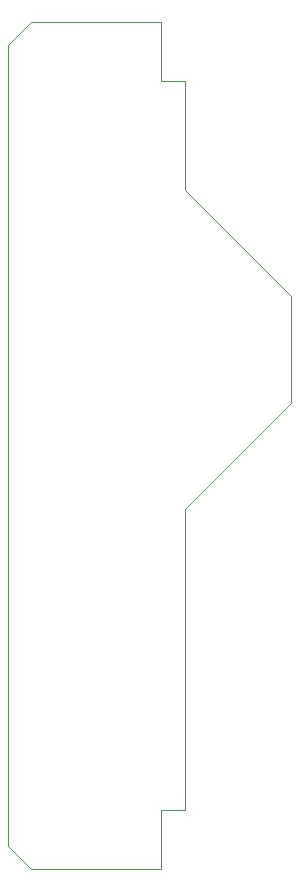
<source format=gbr>
%TF.GenerationSoftware,KiCad,Pcbnew,(7.0.0)*%
%TF.CreationDate,2023-04-10T20:49:18+02:00*%
%TF.ProjectId,STM32 Talnet console,53544d33-3220-4546-916c-6e657420636f,rev?*%
%TF.SameCoordinates,Original*%
%TF.FileFunction,Profile,NP*%
%FSLAX46Y46*%
G04 Gerber Fmt 4.6, Leading zero omitted, Abs format (unit mm)*
G04 Created by KiCad (PCBNEW (7.0.0)) date 2023-04-10 20:49:18*
%MOMM*%
%LPD*%
G01*
G04 APERTURE LIST*
%TA.AperFunction,Profile*%
%ADD10C,0.100000*%
%TD*%
G04 APERTURE END LIST*
D10*
X108692900Y-138207100D02*
X97692900Y-138207100D01*
X95692900Y-136207100D02*
X97692900Y-138207100D01*
X97692900Y-66457100D02*
X108692900Y-66457100D01*
X97692900Y-66457100D02*
X95692900Y-68457100D01*
X95692900Y-136207100D02*
X95692900Y-68457100D01*
X108692900Y-66457100D02*
X108692900Y-71457100D01*
X108692900Y-133207100D02*
X108692900Y-138207100D01*
X108692900Y-71457100D02*
X110692900Y-71457100D01*
X110692900Y-71457100D02*
X110692900Y-80707100D01*
X119692900Y-89707100D02*
X110692900Y-80707100D01*
X119692900Y-89707100D02*
X119692900Y-98707100D01*
X119692900Y-98707100D02*
X110692900Y-107707100D01*
X110692900Y-107707100D02*
X110692900Y-133207100D01*
X110692900Y-133207100D02*
X108692900Y-133207100D01*
M02*

</source>
